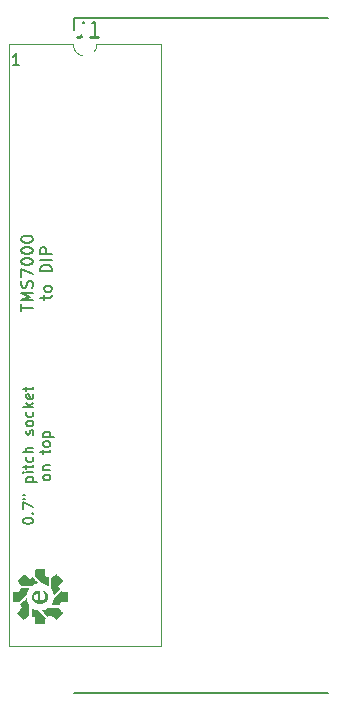
<source format=gto>
G04 #@! TF.GenerationSoftware,KiCad,Pcbnew,(6.0.0)*
G04 #@! TF.CreationDate,2023-01-29T20:40:06-05:00*
G04 #@! TF.ProjectId,tms7000 64 pin narrow adapter,746d7337-3030-4302-9036-342070696e20,rev?*
G04 #@! TF.SameCoordinates,Original*
G04 #@! TF.FileFunction,Legend,Top*
G04 #@! TF.FilePolarity,Positive*
%FSLAX46Y46*%
G04 Gerber Fmt 4.6, Leading zero omitted, Abs format (unit mm)*
G04 Created by KiCad (PCBNEW (6.0.0)) date 2023-01-29 20:40:06*
%MOMM*%
%LPD*%
G01*
G04 APERTURE LIST*
%ADD10C,0.150000*%
%ADD11C,0.130000*%
%ADD12C,0.254000*%
%ADD13C,0.120000*%
%ADD14C,0.200000*%
%ADD15R,1.600000X1.600000*%
%ADD16O,1.600000X1.600000*%
%ADD17R,1.100000X1.100000*%
%ADD18C,1.100000*%
G04 APERTURE END LIST*
D10*
X117773380Y-74104095D02*
X117773380Y-73532666D01*
X118773380Y-73818380D02*
X117773380Y-73818380D01*
X118773380Y-73199333D02*
X117773380Y-73199333D01*
X118487666Y-72866000D01*
X117773380Y-72532666D01*
X118773380Y-72532666D01*
X118725761Y-72104095D02*
X118773380Y-71961238D01*
X118773380Y-71723142D01*
X118725761Y-71627904D01*
X118678142Y-71580285D01*
X118582904Y-71532666D01*
X118487666Y-71532666D01*
X118392428Y-71580285D01*
X118344809Y-71627904D01*
X118297190Y-71723142D01*
X118249571Y-71913619D01*
X118201952Y-72008857D01*
X118154333Y-72056476D01*
X118059095Y-72104095D01*
X117963857Y-72104095D01*
X117868619Y-72056476D01*
X117821000Y-72008857D01*
X117773380Y-71913619D01*
X117773380Y-71675523D01*
X117821000Y-71532666D01*
X117773380Y-71199333D02*
X117773380Y-70532666D01*
X118773380Y-70961238D01*
X117773380Y-69961238D02*
X117773380Y-69866000D01*
X117821000Y-69770761D01*
X117868619Y-69723142D01*
X117963857Y-69675523D01*
X118154333Y-69627904D01*
X118392428Y-69627904D01*
X118582904Y-69675523D01*
X118678142Y-69723142D01*
X118725761Y-69770761D01*
X118773380Y-69866000D01*
X118773380Y-69961238D01*
X118725761Y-70056476D01*
X118678142Y-70104095D01*
X118582904Y-70151714D01*
X118392428Y-70199333D01*
X118154333Y-70199333D01*
X117963857Y-70151714D01*
X117868619Y-70104095D01*
X117821000Y-70056476D01*
X117773380Y-69961238D01*
X117773380Y-69008857D02*
X117773380Y-68913619D01*
X117821000Y-68818380D01*
X117868619Y-68770761D01*
X117963857Y-68723142D01*
X118154333Y-68675523D01*
X118392428Y-68675523D01*
X118582904Y-68723142D01*
X118678142Y-68770761D01*
X118725761Y-68818380D01*
X118773380Y-68913619D01*
X118773380Y-69008857D01*
X118725761Y-69104095D01*
X118678142Y-69151714D01*
X118582904Y-69199333D01*
X118392428Y-69246952D01*
X118154333Y-69246952D01*
X117963857Y-69199333D01*
X117868619Y-69151714D01*
X117821000Y-69104095D01*
X117773380Y-69008857D01*
X117773380Y-68056476D02*
X117773380Y-67961238D01*
X117821000Y-67866000D01*
X117868619Y-67818380D01*
X117963857Y-67770761D01*
X118154333Y-67723142D01*
X118392428Y-67723142D01*
X118582904Y-67770761D01*
X118678142Y-67818380D01*
X118725761Y-67866000D01*
X118773380Y-67961238D01*
X118773380Y-68056476D01*
X118725761Y-68151714D01*
X118678142Y-68199333D01*
X118582904Y-68246952D01*
X118392428Y-68294571D01*
X118154333Y-68294571D01*
X117963857Y-68246952D01*
X117868619Y-68199333D01*
X117821000Y-68151714D01*
X117773380Y-68056476D01*
X119716714Y-73127904D02*
X119716714Y-72746952D01*
X119383380Y-72985047D02*
X120240523Y-72985047D01*
X120335761Y-72937428D01*
X120383380Y-72842190D01*
X120383380Y-72746952D01*
X120383380Y-72270761D02*
X120335761Y-72366000D01*
X120288142Y-72413619D01*
X120192904Y-72461238D01*
X119907190Y-72461238D01*
X119811952Y-72413619D01*
X119764333Y-72366000D01*
X119716714Y-72270761D01*
X119716714Y-72127904D01*
X119764333Y-72032666D01*
X119811952Y-71985047D01*
X119907190Y-71937428D01*
X120192904Y-71937428D01*
X120288142Y-71985047D01*
X120335761Y-72032666D01*
X120383380Y-72127904D01*
X120383380Y-72270761D01*
X120383380Y-70746952D02*
X119383380Y-70746952D01*
X119383380Y-70508857D01*
X119431000Y-70366000D01*
X119526238Y-70270761D01*
X119621476Y-70223142D01*
X119811952Y-70175523D01*
X119954809Y-70175523D01*
X120145285Y-70223142D01*
X120240523Y-70270761D01*
X120335761Y-70366000D01*
X120383380Y-70508857D01*
X120383380Y-70746952D01*
X120383380Y-69746952D02*
X119383380Y-69746952D01*
X120383380Y-69270761D02*
X119383380Y-69270761D01*
X119383380Y-68889809D01*
X119431000Y-68794571D01*
X119478619Y-68746952D01*
X119573857Y-68699333D01*
X119716714Y-68699333D01*
X119811952Y-68746952D01*
X119859571Y-68794571D01*
X119907190Y-68889809D01*
X119907190Y-69270761D01*
D11*
X117908642Y-91910000D02*
X117908642Y-91824285D01*
X117951500Y-91738571D01*
X117994357Y-91695714D01*
X118080071Y-91652857D01*
X118251500Y-91610000D01*
X118465785Y-91610000D01*
X118637214Y-91652857D01*
X118722928Y-91695714D01*
X118765785Y-91738571D01*
X118808642Y-91824285D01*
X118808642Y-91910000D01*
X118765785Y-91995714D01*
X118722928Y-92038571D01*
X118637214Y-92081428D01*
X118465785Y-92124285D01*
X118251500Y-92124285D01*
X118080071Y-92081428D01*
X117994357Y-92038571D01*
X117951500Y-91995714D01*
X117908642Y-91910000D01*
X118722928Y-91224285D02*
X118765785Y-91181428D01*
X118808642Y-91224285D01*
X118765785Y-91267142D01*
X118722928Y-91224285D01*
X118808642Y-91224285D01*
X117908642Y-90881428D02*
X117908642Y-90281428D01*
X118808642Y-90667142D01*
X117908642Y-89981428D02*
X118080071Y-89981428D01*
X117908642Y-89638571D02*
X118080071Y-89638571D01*
X118208642Y-88567142D02*
X119108642Y-88567142D01*
X118251500Y-88567142D02*
X118208642Y-88481428D01*
X118208642Y-88310000D01*
X118251500Y-88224285D01*
X118294357Y-88181428D01*
X118380071Y-88138571D01*
X118637214Y-88138571D01*
X118722928Y-88181428D01*
X118765785Y-88224285D01*
X118808642Y-88310000D01*
X118808642Y-88481428D01*
X118765785Y-88567142D01*
X118808642Y-87752857D02*
X118208642Y-87752857D01*
X117908642Y-87752857D02*
X117951500Y-87795714D01*
X117994357Y-87752857D01*
X117951500Y-87710000D01*
X117908642Y-87752857D01*
X117994357Y-87752857D01*
X118208642Y-87452857D02*
X118208642Y-87110000D01*
X117908642Y-87324285D02*
X118680071Y-87324285D01*
X118765785Y-87281428D01*
X118808642Y-87195714D01*
X118808642Y-87110000D01*
X118765785Y-86424285D02*
X118808642Y-86510000D01*
X118808642Y-86681428D01*
X118765785Y-86767142D01*
X118722928Y-86810000D01*
X118637214Y-86852857D01*
X118380071Y-86852857D01*
X118294357Y-86810000D01*
X118251500Y-86767142D01*
X118208642Y-86681428D01*
X118208642Y-86510000D01*
X118251500Y-86424285D01*
X118808642Y-86038571D02*
X117908642Y-86038571D01*
X118808642Y-85652857D02*
X118337214Y-85652857D01*
X118251500Y-85695714D01*
X118208642Y-85781428D01*
X118208642Y-85910000D01*
X118251500Y-85995714D01*
X118294357Y-86038571D01*
X118765785Y-84581428D02*
X118808642Y-84495714D01*
X118808642Y-84324285D01*
X118765785Y-84238571D01*
X118680071Y-84195714D01*
X118637214Y-84195714D01*
X118551500Y-84238571D01*
X118508642Y-84324285D01*
X118508642Y-84452857D01*
X118465785Y-84538571D01*
X118380071Y-84581428D01*
X118337214Y-84581428D01*
X118251500Y-84538571D01*
X118208642Y-84452857D01*
X118208642Y-84324285D01*
X118251500Y-84238571D01*
X118808642Y-83681428D02*
X118765785Y-83767142D01*
X118722928Y-83810000D01*
X118637214Y-83852857D01*
X118380071Y-83852857D01*
X118294357Y-83810000D01*
X118251500Y-83767142D01*
X118208642Y-83681428D01*
X118208642Y-83552857D01*
X118251500Y-83467142D01*
X118294357Y-83424285D01*
X118380071Y-83381428D01*
X118637214Y-83381428D01*
X118722928Y-83424285D01*
X118765785Y-83467142D01*
X118808642Y-83552857D01*
X118808642Y-83681428D01*
X118765785Y-82610000D02*
X118808642Y-82695714D01*
X118808642Y-82867142D01*
X118765785Y-82952857D01*
X118722928Y-82995714D01*
X118637214Y-83038571D01*
X118380071Y-83038571D01*
X118294357Y-82995714D01*
X118251500Y-82952857D01*
X118208642Y-82867142D01*
X118208642Y-82695714D01*
X118251500Y-82610000D01*
X118808642Y-82224285D02*
X117908642Y-82224285D01*
X118465785Y-82138571D02*
X118808642Y-81881428D01*
X118208642Y-81881428D02*
X118551500Y-82224285D01*
X118765785Y-81152857D02*
X118808642Y-81238571D01*
X118808642Y-81410000D01*
X118765785Y-81495714D01*
X118680071Y-81538571D01*
X118337214Y-81538571D01*
X118251500Y-81495714D01*
X118208642Y-81410000D01*
X118208642Y-81238571D01*
X118251500Y-81152857D01*
X118337214Y-81110000D01*
X118422928Y-81110000D01*
X118508642Y-81538571D01*
X118208642Y-80852857D02*
X118208642Y-80510000D01*
X117908642Y-80724285D02*
X118680071Y-80724285D01*
X118765785Y-80681428D01*
X118808642Y-80595714D01*
X118808642Y-80510000D01*
X120257642Y-88245714D02*
X120214785Y-88331428D01*
X120171928Y-88374285D01*
X120086214Y-88417142D01*
X119829071Y-88417142D01*
X119743357Y-88374285D01*
X119700500Y-88331428D01*
X119657642Y-88245714D01*
X119657642Y-88117142D01*
X119700500Y-88031428D01*
X119743357Y-87988571D01*
X119829071Y-87945714D01*
X120086214Y-87945714D01*
X120171928Y-87988571D01*
X120214785Y-88031428D01*
X120257642Y-88117142D01*
X120257642Y-88245714D01*
X119657642Y-87560000D02*
X120257642Y-87560000D01*
X119743357Y-87560000D02*
X119700500Y-87517142D01*
X119657642Y-87431428D01*
X119657642Y-87302857D01*
X119700500Y-87217142D01*
X119786214Y-87174285D01*
X120257642Y-87174285D01*
X119657642Y-86188571D02*
X119657642Y-85845714D01*
X119357642Y-86060000D02*
X120129071Y-86060000D01*
X120214785Y-86017142D01*
X120257642Y-85931428D01*
X120257642Y-85845714D01*
X120257642Y-85417142D02*
X120214785Y-85502857D01*
X120171928Y-85545714D01*
X120086214Y-85588571D01*
X119829071Y-85588571D01*
X119743357Y-85545714D01*
X119700500Y-85502857D01*
X119657642Y-85417142D01*
X119657642Y-85288571D01*
X119700500Y-85202857D01*
X119743357Y-85160000D01*
X119829071Y-85117142D01*
X120086214Y-85117142D01*
X120171928Y-85160000D01*
X120214785Y-85202857D01*
X120257642Y-85288571D01*
X120257642Y-85417142D01*
X119657642Y-84731428D02*
X120557642Y-84731428D01*
X119700500Y-84731428D02*
X119657642Y-84645714D01*
X119657642Y-84474285D01*
X119700500Y-84388571D01*
X119743357Y-84345714D01*
X119829071Y-84302857D01*
X120086214Y-84302857D01*
X120171928Y-84345714D01*
X120214785Y-84388571D01*
X120257642Y-84474285D01*
X120257642Y-84645714D01*
X120214785Y-84731428D01*
D10*
X117633714Y-53284380D02*
X117062285Y-53284380D01*
X117348000Y-53284380D02*
X117348000Y-52284380D01*
X117252761Y-52427238D01*
X117157523Y-52522476D01*
X117062285Y-52570095D01*
D12*
X123020666Y-49596523D02*
X123020666Y-50503666D01*
X122960190Y-50685095D01*
X122839238Y-50806047D01*
X122657809Y-50866523D01*
X122536857Y-50866523D01*
X124290666Y-50866523D02*
X123564952Y-50866523D01*
X123927809Y-50866523D02*
X123927809Y-49596523D01*
X123806857Y-49777952D01*
X123685904Y-49898904D01*
X123564952Y-49959380D01*
D13*
X129645000Y-51507000D02*
X124185000Y-51507000D01*
X122185000Y-51507000D02*
X116725000Y-51507000D01*
X116725000Y-51507000D02*
X116725000Y-102427000D01*
X116725000Y-102427000D02*
X129645000Y-102427000D01*
X129645000Y-102427000D02*
X129645000Y-51507000D01*
X122185000Y-51507000D02*
G75*
G03*
X124185000Y-51507000I1000000J0D01*
G01*
D14*
X143764000Y-49283000D02*
X122244000Y-49283000D01*
X122244000Y-106419000D02*
X143764000Y-106426000D01*
X122244000Y-49283000D02*
X122244000Y-50292000D01*
G36*
X121212204Y-97842239D02*
G01*
X121240214Y-97845435D01*
X121279812Y-97849982D01*
X121325338Y-97855228D01*
X121363562Y-97859646D01*
X121417271Y-97865715D01*
X121477060Y-97872236D01*
X121533977Y-97878244D01*
X121563220Y-97881218D01*
X121605885Y-97885606D01*
X121645518Y-97889922D01*
X121676867Y-97893583D01*
X121691261Y-97895471D01*
X121723814Y-97900209D01*
X121723814Y-98687109D01*
X121691261Y-98691848D01*
X121669030Y-98694682D01*
X121634768Y-98698585D01*
X121593727Y-98702973D01*
X121563220Y-98706075D01*
X121511312Y-98711468D01*
X121451664Y-98718023D01*
X121393753Y-98724687D01*
X121367902Y-98727793D01*
X121317843Y-98733592D01*
X121264369Y-98739246D01*
X121215404Y-98743940D01*
X121191362Y-98745966D01*
X121155393Y-98749756D01*
X121128247Y-98754583D01*
X121113545Y-98759736D01*
X121112004Y-98761507D01*
X121104254Y-98787232D01*
X121092632Y-98823026D01*
X121078787Y-98864113D01*
X121064363Y-98905716D01*
X121051008Y-98943058D01*
X121040367Y-98971363D01*
X121036151Y-98981612D01*
X121019858Y-99018505D01*
X120655158Y-99018505D01*
X120563036Y-99018409D01*
X120487002Y-99018094D01*
X120425781Y-99017522D01*
X120378100Y-99016654D01*
X120342686Y-99015452D01*
X120318265Y-99013877D01*
X120303565Y-99011890D01*
X120297310Y-99009454D01*
X120297143Y-99007654D01*
X120305189Y-98995508D01*
X120320119Y-98973679D01*
X120338838Y-98946689D01*
X120340574Y-98944204D01*
X120384323Y-98875057D01*
X120425821Y-98797561D01*
X120460426Y-98720564D01*
X120467745Y-98701657D01*
X120480119Y-98665939D01*
X120492990Y-98624697D01*
X120505177Y-98582241D01*
X120515502Y-98542881D01*
X120522782Y-98510927D01*
X120525837Y-98490689D01*
X120525865Y-98489468D01*
X120531842Y-98480876D01*
X120549008Y-98461264D01*
X120576216Y-98431826D01*
X120612318Y-98393760D01*
X120656168Y-98348260D01*
X120706618Y-98296523D01*
X120762520Y-98239745D01*
X120822728Y-98179120D01*
X120845441Y-98156380D01*
X121165016Y-97836892D01*
X121212204Y-97842239D01*
G37*
G36*
X119782529Y-95986739D02*
G01*
X119785364Y-96008970D01*
X119789266Y-96043232D01*
X119793654Y-96084273D01*
X119796757Y-96114780D01*
X119802149Y-96166688D01*
X119808705Y-96226336D01*
X119815369Y-96284247D01*
X119818475Y-96310098D01*
X119824273Y-96360157D01*
X119829928Y-96413631D01*
X119834622Y-96462596D01*
X119836648Y-96486638D01*
X119840436Y-96522589D01*
X119845262Y-96549741D01*
X119850413Y-96564464D01*
X119852188Y-96566017D01*
X119884643Y-96575764D01*
X119926966Y-96589457D01*
X119972770Y-96604946D01*
X120015666Y-96620083D01*
X120041911Y-96629844D01*
X120100506Y-96652397D01*
X120100506Y-97015116D01*
X120100415Y-97092573D01*
X120100156Y-97164375D01*
X120099748Y-97228722D01*
X120099211Y-97283817D01*
X120098563Y-97327863D01*
X120097825Y-97359060D01*
X120097016Y-97375613D01*
X120096582Y-97377836D01*
X120088113Y-97373214D01*
X120069212Y-97360968D01*
X120043602Y-97343526D01*
X120037471Y-97339258D01*
X119964605Y-97293095D01*
X119884100Y-97250134D01*
X119804711Y-97214980D01*
X119792338Y-97210255D01*
X119753143Y-97196686D01*
X119709289Y-97183121D01*
X119665114Y-97170726D01*
X119624955Y-97160663D01*
X119593149Y-97154097D01*
X119575809Y-97152135D01*
X119564983Y-97145999D01*
X119542569Y-97127557D01*
X119508513Y-97096758D01*
X119462761Y-97053550D01*
X119405258Y-96997882D01*
X119335950Y-96929702D01*
X119254783Y-96848959D01*
X119242442Y-96836621D01*
X118927016Y-96521106D01*
X118932576Y-96469857D01*
X118935882Y-96440032D01*
X118940542Y-96398859D01*
X118945885Y-96352230D01*
X118950261Y-96314438D01*
X118956358Y-96260732D01*
X118962902Y-96200945D01*
X118968922Y-96144031D01*
X118971900Y-96114780D01*
X118976287Y-96072115D01*
X118980603Y-96032482D01*
X118984265Y-96001133D01*
X118986152Y-95986739D01*
X118990891Y-95954186D01*
X119777791Y-95954186D01*
X119782529Y-95986739D01*
G37*
G36*
X118231601Y-98427284D02*
G01*
X118236453Y-98447017D01*
X118238664Y-98460765D01*
X118245141Y-98496693D01*
X118255772Y-98543266D01*
X118269030Y-98594721D01*
X118283387Y-98645298D01*
X118297316Y-98689235D01*
X118304578Y-98709360D01*
X118326823Y-98761103D01*
X118355198Y-98818849D01*
X118385761Y-98874961D01*
X118413083Y-98919575D01*
X118442475Y-98963877D01*
X118442475Y-99884588D01*
X118421991Y-99898010D01*
X118402040Y-99912403D01*
X118389438Y-99923043D01*
X118378665Y-99932351D01*
X118357006Y-99950276D01*
X118327155Y-99974617D01*
X118291803Y-100003172D01*
X118273199Y-100018105D01*
X118231657Y-100051419D01*
X118189937Y-100084936D01*
X118152214Y-100115298D01*
X118122662Y-100139147D01*
X118116208Y-100144373D01*
X118086827Y-100167856D01*
X118059078Y-100189473D01*
X118038627Y-100204815D01*
X118037494Y-100205626D01*
X118011602Y-100224063D01*
X117453540Y-99665225D01*
X117494436Y-99611961D01*
X117511380Y-99590255D01*
X117536852Y-99558076D01*
X117568493Y-99518363D01*
X117603943Y-99474053D01*
X117640845Y-99428085D01*
X117676837Y-99383397D01*
X117709561Y-99342926D01*
X117736657Y-99309611D01*
X117755766Y-99286391D01*
X117758318Y-99283340D01*
X117771992Y-99266623D01*
X117791099Y-99242750D01*
X117803454Y-99227119D01*
X117833942Y-99188330D01*
X117800960Y-99127290D01*
X117780444Y-99087437D01*
X117758224Y-99041376D01*
X117739075Y-98999006D01*
X117738898Y-98998594D01*
X117709817Y-98930938D01*
X117965411Y-98675235D01*
X118020287Y-98620475D01*
X118071411Y-98569729D01*
X118117474Y-98524277D01*
X118157168Y-98485397D01*
X118189185Y-98454368D01*
X118212216Y-98432467D01*
X118224953Y-98420975D01*
X118227038Y-98419531D01*
X118231601Y-98427284D01*
G37*
G36*
X118190622Y-97568863D02*
G01*
X118262574Y-97569006D01*
X118327074Y-97569230D01*
X118382329Y-97569527D01*
X118426546Y-97569883D01*
X118457930Y-97570290D01*
X118474690Y-97570736D01*
X118477030Y-97570983D01*
X118472347Y-97578565D01*
X118459881Y-97597208D01*
X118441776Y-97623730D01*
X118428755Y-97642600D01*
X118358675Y-97758690D01*
X118302275Y-97884294D01*
X118260608Y-98017007D01*
X118255648Y-98037576D01*
X118240563Y-98102682D01*
X117918359Y-98426056D01*
X117596154Y-98749431D01*
X117552722Y-98744581D01*
X117526377Y-98741603D01*
X117488232Y-98737246D01*
X117443732Y-98732132D01*
X117405120Y-98727673D01*
X117351411Y-98721604D01*
X117291621Y-98715082D01*
X117234705Y-98709075D01*
X117205462Y-98706100D01*
X117162796Y-98701713D01*
X117123163Y-98697397D01*
X117091815Y-98693735D01*
X117077420Y-98691848D01*
X117044867Y-98687109D01*
X117044867Y-97900209D01*
X117077420Y-97895471D01*
X117099651Y-97892636D01*
X117133914Y-97888734D01*
X117174954Y-97884346D01*
X117205462Y-97881243D01*
X117257369Y-97875851D01*
X117317018Y-97869295D01*
X117374929Y-97862631D01*
X117400780Y-97859525D01*
X117450838Y-97853727D01*
X117504312Y-97848072D01*
X117553277Y-97843378D01*
X117577320Y-97841352D01*
X117613289Y-97837562D01*
X117640435Y-97832736D01*
X117655136Y-97827582D01*
X117656677Y-97825812D01*
X117664428Y-97800087D01*
X117676049Y-97764292D01*
X117689895Y-97723206D01*
X117704318Y-97681603D01*
X117717674Y-97644261D01*
X117728315Y-97615956D01*
X117732531Y-97605706D01*
X117748824Y-97568813D01*
X118113011Y-97568813D01*
X118190622Y-97568863D01*
G37*
G36*
X120755835Y-96374236D02*
G01*
X120775309Y-96390357D01*
X120805294Y-96417466D01*
X120845004Y-96454821D01*
X120893655Y-96501680D01*
X120950463Y-96557303D01*
X121014643Y-96620947D01*
X121036337Y-96642614D01*
X121315908Y-96922283D01*
X121193599Y-97074102D01*
X121157347Y-97119078D01*
X121124046Y-97160347D01*
X121095486Y-97195694D01*
X121073456Y-97222906D01*
X121059745Y-97239769D01*
X121056832Y-97243314D01*
X121045249Y-97257492D01*
X121026016Y-97281288D01*
X121002318Y-97310752D01*
X120988208Y-97328353D01*
X120934045Y-97396000D01*
X120972326Y-97471556D01*
X120992184Y-97511486D01*
X121011928Y-97552420D01*
X121028220Y-97587399D01*
X121032591Y-97597180D01*
X121054575Y-97647249D01*
X120798269Y-97903993D01*
X120743448Y-97958723D01*
X120692451Y-98009278D01*
X120646568Y-98054405D01*
X120607090Y-98092854D01*
X120575304Y-98123370D01*
X120552503Y-98144703D01*
X120539976Y-98155598D01*
X120537957Y-98156731D01*
X120534624Y-98146713D01*
X120529860Y-98124489D01*
X120525102Y-98097321D01*
X120495751Y-97968007D01*
X120449530Y-97840822D01*
X120386905Y-97716967D01*
X120359601Y-97672115D01*
X120317526Y-97606142D01*
X120317937Y-97159949D01*
X120318347Y-96713755D01*
X120367643Y-96674691D01*
X120394886Y-96653039D01*
X120418910Y-96633833D01*
X120434508Y-96621237D01*
X120448210Y-96610123D01*
X120472100Y-96590852D01*
X120503769Y-96565360D01*
X120540806Y-96535582D01*
X120580801Y-96503453D01*
X120621344Y-96470907D01*
X120660025Y-96439879D01*
X120694434Y-96412304D01*
X120722160Y-96390117D01*
X120740794Y-96375254D01*
X120747656Y-96369843D01*
X120755835Y-96374236D01*
G37*
G36*
X120991558Y-99264166D02*
G01*
X121012902Y-99289448D01*
X121036459Y-99318196D01*
X121043595Y-99327102D01*
X121057331Y-99344299D01*
X121079827Y-99372375D01*
X121108961Y-99408683D01*
X121142607Y-99450576D01*
X121178643Y-99495407D01*
X121186060Y-99504630D01*
X121220679Y-99547697D01*
X121251793Y-99586452D01*
X121277690Y-99618755D01*
X121296657Y-99642471D01*
X121306981Y-99655461D01*
X121308157Y-99656974D01*
X121303764Y-99665153D01*
X121287643Y-99684628D01*
X121260534Y-99714612D01*
X121223179Y-99754322D01*
X121176320Y-99802974D01*
X121120697Y-99859782D01*
X121057053Y-99923962D01*
X121035386Y-99945656D01*
X120755717Y-100225226D01*
X120603898Y-100102918D01*
X120558922Y-100066665D01*
X120517653Y-100033364D01*
X120482306Y-100004804D01*
X120455094Y-99982774D01*
X120438231Y-99969064D01*
X120434686Y-99966150D01*
X120420508Y-99954567D01*
X120396712Y-99935334D01*
X120367248Y-99911637D01*
X120349647Y-99897527D01*
X120282000Y-99843363D01*
X120206444Y-99881645D01*
X120166217Y-99901639D01*
X120124696Y-99921644D01*
X120088989Y-99938254D01*
X120079176Y-99942636D01*
X120027463Y-99965347D01*
X119773178Y-99711171D01*
X119718573Y-99656446D01*
X119667987Y-99605469D01*
X119622702Y-99559555D01*
X119583999Y-99520015D01*
X119553163Y-99488164D01*
X119531474Y-99465313D01*
X119520216Y-99452776D01*
X119518893Y-99450823D01*
X119526527Y-99445665D01*
X119545466Y-99440586D01*
X119551446Y-99439542D01*
X119683415Y-99411410D01*
X119809660Y-99369769D01*
X119927138Y-99315745D01*
X119998462Y-99273810D01*
X120057644Y-99235525D01*
X120966787Y-99235525D01*
X120991558Y-99264166D01*
G37*
G36*
X119057170Y-98812521D02*
G01*
X118978627Y-98767085D01*
X118904349Y-98707297D01*
X118884742Y-98688635D01*
X118819793Y-98615373D01*
X118769972Y-98537009D01*
X118733108Y-98449918D01*
X118723691Y-98419607D01*
X118713276Y-98381112D01*
X118706919Y-98349721D01*
X118703961Y-98319102D01*
X118703736Y-98282920D01*
X118704277Y-98268236D01*
X118871305Y-98268236D01*
X118875451Y-98323614D01*
X118889245Y-98374922D01*
X118897067Y-98392236D01*
X118935970Y-98449433D01*
X118988330Y-98499287D01*
X119050999Y-98539522D01*
X119120827Y-98567859D01*
X119150233Y-98575389D01*
X119179636Y-98581720D01*
X119204802Y-98587227D01*
X119212895Y-98589038D01*
X119232427Y-98593477D01*
X119232378Y-98356760D01*
X119232044Y-98290539D01*
X119231122Y-98229517D01*
X119229695Y-98176191D01*
X119227846Y-98133057D01*
X119225656Y-98102613D01*
X119223536Y-98088383D01*
X119208391Y-98056810D01*
X119182702Y-98036602D01*
X119144768Y-98026771D01*
X119115236Y-98025443D01*
X119053517Y-98034417D01*
X118996158Y-98059079D01*
X118945575Y-98097868D01*
X118904184Y-98149218D01*
X118892458Y-98169598D01*
X118876932Y-98214870D01*
X118871305Y-98268236D01*
X118704277Y-98268236D01*
X118705209Y-98242906D01*
X118712002Y-98166920D01*
X118725862Y-98101820D01*
X118748449Y-98041995D01*
X118781419Y-97981833D01*
X118783214Y-97978964D01*
X118834327Y-97913535D01*
X118898467Y-97857696D01*
X118973253Y-97813034D01*
X119056304Y-97781140D01*
X119093534Y-97771838D01*
X119136089Y-97765327D01*
X119184630Y-97761834D01*
X119234999Y-97761225D01*
X119283038Y-97763367D01*
X119324590Y-97768124D01*
X119355497Y-97775364D01*
X119366905Y-97780645D01*
X119388681Y-97794914D01*
X119388681Y-98593147D01*
X119425575Y-98592842D01*
X119508333Y-98584327D01*
X119585712Y-98560999D01*
X119655660Y-98524083D01*
X119716123Y-98474803D01*
X119765049Y-98414383D01*
X119785690Y-98378080D01*
X119799478Y-98349604D01*
X119808715Y-98327222D01*
X119814312Y-98306174D01*
X119817181Y-98281698D01*
X119818233Y-98249034D01*
X119818380Y-98207315D01*
X119818056Y-98161498D01*
X119816620Y-98128486D01*
X119813375Y-98103726D01*
X119807626Y-98082668D01*
X119798676Y-98060758D01*
X119794626Y-98051977D01*
X119774771Y-98015971D01*
X119747265Y-97974253D01*
X119716290Y-97932548D01*
X119686027Y-97896582D01*
X119667417Y-97877806D01*
X119653128Y-97860147D01*
X119651219Y-97841626D01*
X119662277Y-97818981D01*
X119682542Y-97793791D01*
X119715979Y-97756112D01*
X119765656Y-97786164D01*
X119846246Y-97844504D01*
X119914289Y-97913979D01*
X119968702Y-97993265D01*
X120008405Y-98081035D01*
X120009994Y-98085651D01*
X120021109Y-98121664D01*
X120028480Y-98155324D01*
X120032992Y-98192504D01*
X120035533Y-98239075D01*
X120036126Y-98258936D01*
X120036519Y-98304899D01*
X120035520Y-98349299D01*
X120033331Y-98386559D01*
X120030755Y-98408052D01*
X120012088Y-98479017D01*
X119982187Y-98552598D01*
X119944074Y-98621495D01*
X119939647Y-98628268D01*
X119883628Y-98697169D01*
X119814762Y-98755929D01*
X119734683Y-98803991D01*
X119645020Y-98840796D01*
X119547408Y-98865785D01*
X119443477Y-98878399D01*
X119334859Y-98878080D01*
X119241108Y-98867395D01*
X119232427Y-98865436D01*
X119143491Y-98845370D01*
X119057170Y-98812521D01*
G37*
G36*
X118682492Y-99214507D02*
G01*
X118704321Y-99229437D01*
X118731311Y-99248157D01*
X118733796Y-99249892D01*
X118802943Y-99293642D01*
X118880439Y-99335139D01*
X118957436Y-99369745D01*
X118976343Y-99377064D01*
X119012061Y-99389437D01*
X119053303Y-99402308D01*
X119095759Y-99414496D01*
X119135119Y-99424820D01*
X119167073Y-99432100D01*
X119187311Y-99435156D01*
X119188532Y-99435184D01*
X119198052Y-99441204D01*
X119218154Y-99458326D01*
X119247439Y-99485138D01*
X119284505Y-99520228D01*
X119327954Y-99562187D01*
X119376385Y-99609604D01*
X119428400Y-99661066D01*
X119482597Y-99715164D01*
X119537578Y-99770487D01*
X119591943Y-99825623D01*
X119644292Y-99879162D01*
X119693225Y-99929693D01*
X119737343Y-99975804D01*
X119775246Y-100016086D01*
X119805534Y-100049126D01*
X119826807Y-100073515D01*
X119837666Y-100087841D01*
X119838782Y-100090627D01*
X119836805Y-100112226D01*
X119834464Y-100133987D01*
X119825458Y-100211921D01*
X119818164Y-100275508D01*
X119812261Y-100327643D01*
X119807427Y-100371221D01*
X119803340Y-100409136D01*
X119799678Y-100444284D01*
X119796820Y-100472538D01*
X119792417Y-100515203D01*
X119788088Y-100554835D01*
X119784419Y-100586184D01*
X119782529Y-100600580D01*
X119777791Y-100633133D01*
X118990891Y-100633133D01*
X118986152Y-100600580D01*
X118983318Y-100578349D01*
X118979415Y-100544086D01*
X118975027Y-100503046D01*
X118971925Y-100472538D01*
X118966532Y-100420631D01*
X118959977Y-100360982D01*
X118953313Y-100303071D01*
X118950207Y-100277220D01*
X118944408Y-100227162D01*
X118938754Y-100173688D01*
X118934060Y-100124723D01*
X118932034Y-100100680D01*
X118928244Y-100064711D01*
X118923417Y-100037565D01*
X118918264Y-100022864D01*
X118916493Y-100021323D01*
X118890768Y-100013572D01*
X118854974Y-100001951D01*
X118813887Y-99988105D01*
X118772284Y-99973682D01*
X118734942Y-99960326D01*
X118706637Y-99949685D01*
X118696388Y-99945469D01*
X118659495Y-99929176D01*
X118659495Y-99564477D01*
X118659591Y-99472355D01*
X118659906Y-99396320D01*
X118660478Y-99335099D01*
X118661346Y-99287418D01*
X118662548Y-99252004D01*
X118664123Y-99227584D01*
X118666110Y-99212883D01*
X118668546Y-99206629D01*
X118670346Y-99206462D01*
X118682492Y-99214507D01*
G37*
G36*
X118030655Y-96377441D02*
G01*
X118051371Y-96393971D01*
X118080735Y-96417477D01*
X118116313Y-96446001D01*
X118155668Y-96477587D01*
X118196363Y-96510277D01*
X118235962Y-96542115D01*
X118272029Y-96571143D01*
X118302128Y-96595405D01*
X118323821Y-96612944D01*
X118333995Y-96621237D01*
X118348179Y-96632795D01*
X118371974Y-96652004D01*
X118401426Y-96675678D01*
X118418917Y-96689697D01*
X118486447Y-96743766D01*
X118579481Y-96697272D01*
X118619476Y-96677689D01*
X118657103Y-96659983D01*
X118687804Y-96646259D01*
X118705341Y-96639190D01*
X118738166Y-96627603D01*
X118989637Y-96878962D01*
X119043923Y-96933357D01*
X119094185Y-96983977D01*
X119139133Y-97029504D01*
X119177478Y-97068619D01*
X119207931Y-97100007D01*
X119229202Y-97122348D01*
X119240003Y-97134326D01*
X119241108Y-97135959D01*
X119234224Y-97143482D01*
X119227376Y-97146866D01*
X119207365Y-97151242D01*
X119194288Y-97152135D01*
X119172138Y-97154813D01*
X119137975Y-97162066D01*
X119096170Y-97172725D01*
X119051092Y-97185619D01*
X119007113Y-97199580D01*
X118976343Y-97210471D01*
X118902207Y-97240901D01*
X118835571Y-97274476D01*
X118769904Y-97314012D01*
X118711038Y-97351793D01*
X117801895Y-97351793D01*
X117777123Y-97323153D01*
X117755779Y-97297888D01*
X117732197Y-97269154D01*
X117725018Y-97260217D01*
X117711504Y-97243342D01*
X117689119Y-97215483D01*
X117659896Y-97179166D01*
X117625870Y-97136919D01*
X117589073Y-97091267D01*
X117575230Y-97074102D01*
X117452774Y-96922283D01*
X117732344Y-96642614D01*
X117798691Y-96576588D01*
X117857914Y-96518350D01*
X117909228Y-96468641D01*
X117951850Y-96428202D01*
X117984993Y-96397774D01*
X118007875Y-96378099D01*
X118019709Y-96369919D01*
X118021026Y-96369843D01*
X118030655Y-96377441D01*
G37*
%LPC*%
D15*
X115565000Y-52837000D03*
D16*
X115565000Y-55377000D03*
X115565000Y-57917000D03*
X115565000Y-60457000D03*
X115565000Y-62997000D03*
X115565000Y-65537000D03*
X115565000Y-68077000D03*
X115565000Y-70617000D03*
X115565000Y-73157000D03*
X115565000Y-75697000D03*
X115565000Y-78237000D03*
X115565000Y-80777000D03*
X115565000Y-83317000D03*
X115565000Y-85857000D03*
X115565000Y-88397000D03*
X115565000Y-90937000D03*
X115565000Y-93477000D03*
X115565000Y-96017000D03*
X115565000Y-98557000D03*
X115565000Y-101097000D03*
X130805000Y-101097000D03*
X130805000Y-98557000D03*
X130805000Y-96017000D03*
X130805000Y-93477000D03*
X130805000Y-90937000D03*
X130805000Y-88397000D03*
X130805000Y-85857000D03*
X130805000Y-83317000D03*
X130805000Y-80777000D03*
X130805000Y-78237000D03*
X130805000Y-75697000D03*
X130805000Y-73157000D03*
X130805000Y-70617000D03*
X130805000Y-68077000D03*
X130805000Y-65537000D03*
X130805000Y-62997000D03*
X130805000Y-60457000D03*
X130805000Y-57917000D03*
X130805000Y-55377000D03*
X130805000Y-52837000D03*
D17*
X123444000Y-50292000D03*
D18*
X123444000Y-52070000D03*
X123444000Y-53848000D03*
X123444000Y-55626000D03*
X123444000Y-57404000D03*
X123444000Y-59182000D03*
X123444000Y-60960000D03*
X123444000Y-62738000D03*
X123444000Y-64516000D03*
X123444000Y-66294000D03*
X123444000Y-68072000D03*
X123444000Y-69850000D03*
X123444000Y-71628000D03*
X123444000Y-73406000D03*
X123444000Y-75184000D03*
X123444000Y-76962000D03*
X123444000Y-78740000D03*
X123444000Y-80518000D03*
X123444000Y-82296000D03*
X123444000Y-84074000D03*
X123444000Y-85852000D03*
X123444000Y-87630000D03*
X123444000Y-89408000D03*
X123444000Y-91186000D03*
X123444000Y-92964000D03*
X123444000Y-94742000D03*
X123444000Y-96520000D03*
X123444000Y-98298000D03*
X123444000Y-100076000D03*
X123444000Y-101854000D03*
X123444000Y-103632000D03*
X123444000Y-105410000D03*
X142494000Y-105410000D03*
X142494000Y-103632000D03*
X142494000Y-101854000D03*
X142494000Y-100076000D03*
X142494000Y-98298000D03*
X142494000Y-96520000D03*
X142494000Y-94742000D03*
X142494000Y-92964000D03*
X142494000Y-91186000D03*
X142494000Y-89408000D03*
X142494000Y-87630000D03*
X142494000Y-85852000D03*
X142494000Y-84074000D03*
X142494000Y-82296000D03*
X142494000Y-80518000D03*
X142494000Y-78740000D03*
X142494000Y-76962000D03*
X142494000Y-75184000D03*
X142494000Y-73406000D03*
X142494000Y-71628000D03*
X142494000Y-69850000D03*
X142494000Y-68072000D03*
X142494000Y-66294000D03*
X142494000Y-64516000D03*
X142494000Y-62738000D03*
X142494000Y-60960000D03*
X142494000Y-59182000D03*
X142494000Y-57404000D03*
X142494000Y-55626000D03*
X142494000Y-53848000D03*
X142494000Y-52070000D03*
X142494000Y-50292000D03*
M02*

</source>
